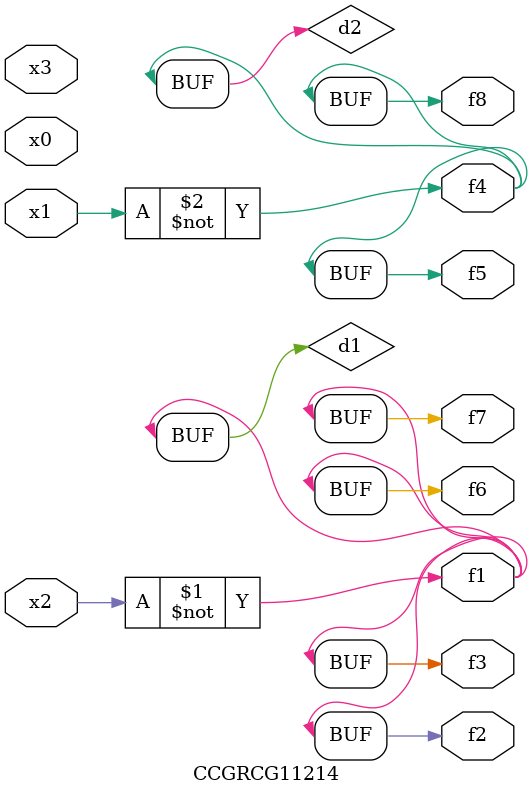
<source format=v>
module CCGRCG11214(
	input x0, x1, x2, x3,
	output f1, f2, f3, f4, f5, f6, f7, f8
);

	wire d1, d2;

	xnor (d1, x2);
	not (d2, x1);
	assign f1 = d1;
	assign f2 = d1;
	assign f3 = d1;
	assign f4 = d2;
	assign f5 = d2;
	assign f6 = d1;
	assign f7 = d1;
	assign f8 = d2;
endmodule

</source>
